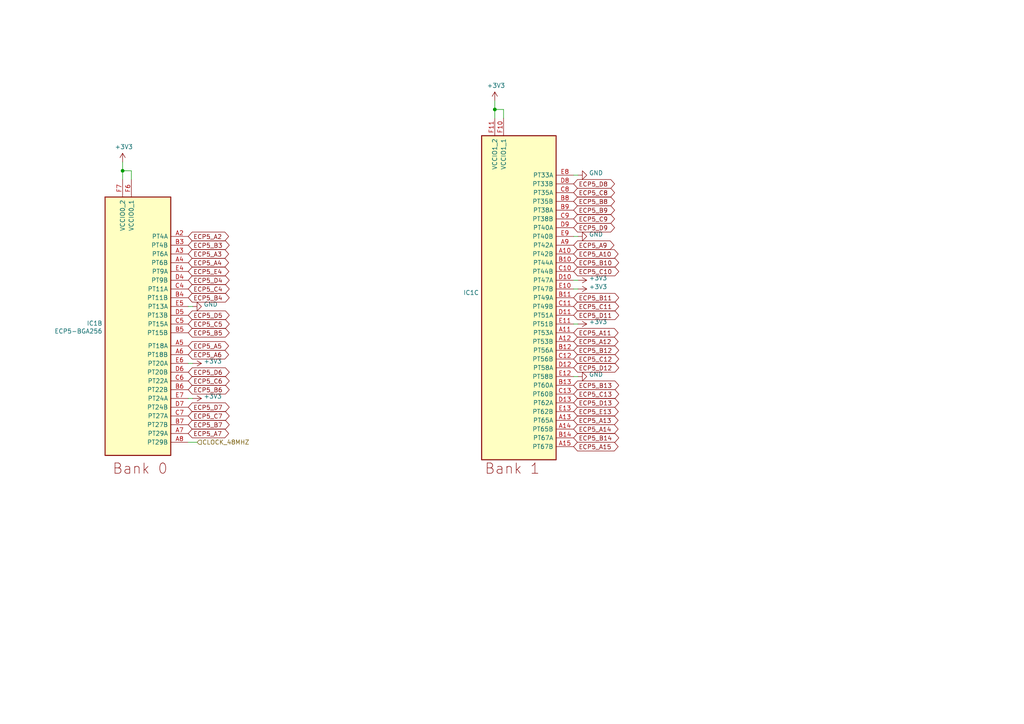
<source format=kicad_sch>
(kicad_sch (version 20231120) (generator "eeschema") (generator_version "8.0")
  (paper "A4")
  (title_block (title "SoldierCrab") (date "${DATE}") (rev "${VERSION}") (company "S.Holzapfel, apfelaudio UG (haftungsbeschränkt)") (comment 1 "Licensed under the CERN-OHL-S v2"))
  (lib_symbols
    (symbol "fpgas_and_processors:ECP5-BGA256" (pin_names (offset 0.762))
      (property "Reference" "IC" (at -2.54 1.27 0))
      (property "Value" "ECP5-BGA256" (at 10.16 1.27 0))
      (symbol "ECP5-BGA256_1_0"
        (rectangle (start 5.08 0) (end 33.02 -71.12) (stroke (width 0.3048)) (fill (type background)))
      )
      (symbol "ECP5-BGA256_1_1"
        (text "FPGA Supplies" (at 19.05 -76.2 0) (effects (font (size 2.9972 2.9972))))
        (pin power_in line (at 38.1 -2.54 180) (length 5.08) (name "GND_1") (number "A1"))
        (pin power_in line (at 38.1 -5.08 180) (length 5.08) (name "GND_2") (number "A16"))
        (pin power_in line (at 38.1 -10.16 180) (length 5.08) (name "GND_4") (number "D15"))
        (pin power_in line (at 38.1 -7.62 180) (length 5.08) (name "GND_3") (number "D2"))
        (pin power_in line (at 38.1 -12.7 180) (length 5.08) (name "GND_5") (number "F8"))
        (pin power_in line (at 38.1 -15.24 180) (length 5.08) (name "GND_6") (number "F9"))
        (pin power_in line (at 38.1 -20.32 180) (length 5.08) (name "GND_8") (number "G10"))
        (pin power_in line (at 0 -66.04 0) (length 5.08) (name "VCCAUX_1") (number "G11"))
        (pin power_in line (at 0 -2.54 0) (length 5.08) (name "VCC_1") (number "G6"))
        (pin power_in line (at 0 -5.08 0) (length 5.08) (name "VCC_2") (number "G7"))
        (pin power_in line (at 38.1 -17.78 180) (length 5.08) (name "GND_7") (number "G8"))
        (pin power_in line (at 0 -7.62 0) (length 5.08) (name "VCC_3") (number "G9"))
        (pin power_in line (at 38.1 -22.86 180) (length 5.08) (name "GND_9") (number "H1"))
        (pin power_in line (at 38.1 -30.48 180) (length 5.08) (name "GND_12") (number "H10"))
        (pin power_in line (at 38.1 -33.02 180) (length 5.08) (name "GND_13") (number "H16"))
        (pin power_in line (at 38.1 -25.4 180) (length 5.08) (name "GND_10") (number "H8"))
        (pin power_in line (at 38.1 -27.94 180) (length 5.08) (name "GND_11") (number "H9"))
        (pin power_in line (at 38.1 -40.64 180) (length 5.08) (name "GND_16") (number "J10"))
        (pin power_in line (at 38.1 -35.56 180) (length 5.08) (name "GND_14") (number "J8"))
        (pin power_in line (at 38.1 -38.1 180) (length 5.08) (name "GND_15") (number "J9"))
        (pin power_in line (at 38.1 -53.34 180) (length 5.08) (name "GND_21") (number "K10"))
        (pin power_in line (at 38.1 -43.18 180) (length 5.08) (name "GND_17") (number "K6"))
        (pin power_in line (at 38.1 -45.72 180) (length 5.08) (name "GND_18") (number "K7"))
        (pin power_in line (at 38.1 -48.26 180) (length 5.08) (name "GND_19") (number "K8"))
        (pin power_in line (at 38.1 -50.8 180) (length 5.08) (name "GND_20") (number "K9"))
        (pin power_in line (at 0 -15.24 0) (length 5.08) (name "VCC_6") (number "L10"))
        (pin power_in line (at 0 -68.58 0) (length 5.08) (name "VCCAUX_2") (number "L7"))
        (pin power_in line (at 0 -10.16 0) (length 5.08) (name "VCC_4") (number "L8"))
        (pin power_in line (at 0 -12.7 0) (length 5.08) (name "VCC_5") (number "L9"))
        (pin power_in line (at 38.1 -58.42 180) (length 5.08) (name "GND_23") (number "N15"))
        (pin power_in line (at 38.1 -55.88 180) (length 5.08) (name "GND_22") (number "N2"))
        (pin power_in line (at 38.1 -60.96 180) (length 5.08) (name "GND_24") (number "T1"))
        (pin power_in line (at 38.1 -66.04 180) (length 5.08) (name "GND_26") (number "T12"))
        (pin power_in line (at 38.1 -68.58 180) (length 5.08) (name "GND_27") (number "T16"))
        (pin power_in line (at 38.1 -63.5 180) (length 5.08) (name "GND_25") (number "T5"))
      )
      (symbol "ECP5-BGA256_2_1"
        (rectangle (start 0 0) (end 19.05 -74.93) (stroke (width 0.3048)) (fill (type background)))
        (text "Bank 0" (at 10.16 -78.74 0) (effects (font (size 2.9972 2.9972))))
        (pin bidirectional line (at 24.13 -11.43 180) (length 5.08) (name "PT4A") (number "A2"))
        (pin bidirectional line (at 24.13 -16.51 180) (length 5.08) (name "PT6A") (number "A3"))
        (pin bidirectional line (at 24.13 -19.05 180) (length 5.08) (name "PT6B") (number "A4"))
        (pin bidirectional line (at 24.13 -43.18 180) (length 5.08) (name "PT18A") (number "A5"))
        (pin bidirectional line (at 24.13 -45.72 180) (length 5.08) (name "PT18B") (number "A6"))
        (pin bidirectional line (at 24.13 -68.58 180) (length 5.08) (name "PT29A") (number "A7"))
        (pin bidirectional line (at 24.13 -71.12 180) (length 5.08) (name "PT29B") (number "A8"))
        (pin bidirectional line (at 24.13 -13.97 180) (length 5.08) (name "PT4B") (number "B3"))
        (pin bidirectional line (at 24.13 -29.21 180) (length 5.08) (name "PT11B") (number "B4"))
        (pin bidirectional line (at 24.13 -39.37 180) (length 5.08) (name "PT15B") (number "B5"))
        (pin bidirectional line (at 24.13 -55.88 180) (length 5.08) (name "PT22B") (number "B6"))
        (pin bidirectional line (at 24.13 -66.04 180) (length 5.08) (name "PT27B") (number "B7"))
        (pin bidirectional line (at 24.13 -26.67 180) (length 5.08) (name "PT11A") (number "C4"))
        (pin bidirectional line (at 24.13 -36.83 180) (length 5.08) (name "PT15A") (number "C5"))
        (pin bidirectional line (at 24.13 -53.34 180) (length 5.08) (name "PT22A") (number "C6"))
        (pin bidirectional line (at 24.13 -63.5 180) (length 5.08) (name "PT27A") (number "C7"))
        (pin bidirectional line (at 24.13 -24.13 180) (length 5.08) (name "PT9B") (number "D4"))
        (pin bidirectional line (at 24.13 -34.29 180) (length 5.08) (name "PT13B") (number "D5"))
        (pin bidirectional line (at 24.13 -50.8 180) (length 5.08) (name "PT20B") (number "D6"))
        (pin bidirectional line (at 24.13 -60.96 180) (length 5.08) (name "PT24B") (number "D7"))
        (pin bidirectional line (at 24.13 -21.59 180) (length 5.08) (name "PT9A") (number "E4"))
        (pin bidirectional line (at 24.13 -31.75 180) (length 5.08) (name "PT13A") (number "E5"))
        (pin bidirectional line (at 24.13 -48.26 180) (length 5.08) (name "PT20A") (number "E6"))
        (pin bidirectional line (at 24.13 -58.42 180) (length 5.08) (name "PT24A") (number "E7"))
        (pin power_in line (at 7.62 5.08 270) (length 5.08) (name "VCCIO0_1") (number "F6"))
        (pin power_in line (at 5.08 5.08 270) (length 5.08) (name "VCCIO0_2") (number "F7"))
      )
      (symbol "ECP5-BGA256_3_0"
        (rectangle (start 0 0) (end 21.59 -93.98) (stroke (width 0.3048)) (fill (type background)))
      )
      (symbol "ECP5-BGA256_3_1"
        (text "Bank 1" (at 8.89 -96.52 0) (effects (font (size 2.9972 2.9972))))
        (pin bidirectional line (at 26.67 -34.29 180) (length 5.08) (name "PT42B") (number "A10"))
        (pin bidirectional line (at 26.67 -57.15 180) (length 5.08) (name "PT53A") (number "A11"))
        (pin bidirectional line (at 26.67 -59.69 180) (length 5.08) (name "PT53B") (number "A12"))
        (pin bidirectional line (at 26.67 -82.55 180) (length 5.08) (name "PT65A") (number "A13"))
        (pin bidirectional line (at 26.67 -85.09 180) (length 5.08) (name "PT65B") (number "A14"))
        (pin bidirectional line (at 26.67 -90.17 180) (length 5.08) (name "PT67B") (number "A15"))
        (pin bidirectional line (at 26.67 -31.75 180) (length 5.08) (name "PT42A") (number "A9"))
        (pin bidirectional line (at 26.67 -36.83 180) (length 5.08) (name "PT44A") (number "B10"))
        (pin bidirectional line (at 26.67 -46.99 180) (length 5.08) (name "PT49A") (number "B11"))
        (pin bidirectional line (at 26.67 -62.23 180) (length 5.08) (name "PT56A") (number "B12"))
        (pin bidirectional line (at 26.67 -72.39 180) (length 5.08) (name "PT60A") (number "B13"))
        (pin bidirectional line (at 26.67 -87.63 180) (length 5.08) (name "PT67A") (number "B14"))
        (pin bidirectional line (at 26.67 -19.05 180) (length 5.08) (name "PT35B") (number "B8"))
        (pin bidirectional line (at 26.67 -21.59 180) (length 5.08) (name "PT38A") (number "B9"))
        (pin bidirectional line (at 26.67 -39.37 180) (length 5.08) (name "PT44B") (number "C10"))
        (pin bidirectional line (at 26.67 -49.53 180) (length 5.08) (name "PT49B") (number "C11"))
        (pin bidirectional line (at 26.67 -64.77 180) (length 5.08) (name "PT56B") (number "C12"))
        (pin bidirectional line (at 26.67 -74.93 180) (length 5.08) (name "PT60B") (number "C13"))
        (pin bidirectional line (at 26.67 -16.51 180) (length 5.08) (name "PT35A") (number "C8"))
        (pin bidirectional line (at 26.67 -24.13 180) (length 5.08) (name "PT38B") (number "C9"))
        (pin bidirectional line (at 26.67 -41.91 180) (length 5.08) (name "PT47A") (number "D10"))
        (pin bidirectional line (at 26.67 -52.07 180) (length 5.08) (name "PT51A") (number "D11"))
        (pin bidirectional line (at 26.67 -67.31 180) (length 5.08) (name "PT58A") (number "D12"))
        (pin bidirectional line (at 26.67 -77.47 180) (length 5.08) (name "PT62A") (number "D13"))
        (pin bidirectional line (at 26.67 -13.97 180) (length 5.08) (name "PT33B") (number "D8"))
        (pin bidirectional line (at 26.67 -26.67 180) (length 5.08) (name "PT40A") (number "D9"))
        (pin bidirectional line (at 26.67 -44.45 180) (length 5.08) (name "PT47B") (number "E10"))
        (pin bidirectional line (at 26.67 -54.61 180) (length 5.08) (name "PT51B") (number "E11"))
        (pin bidirectional line (at 26.67 -69.85 180) (length 5.08) (name "PT58B") (number "E12"))
        (pin bidirectional line (at 26.67 -80.01 180) (length 5.08) (name "PT62B") (number "E13"))
        (pin bidirectional line (at 26.67 -11.43 180) (length 5.08) (name "PT33A") (number "E8"))
        (pin bidirectional line (at 26.67 -29.21 180) (length 5.08) (name "PT40B") (number "E9"))
        (pin power_in line (at 6.35 5.08 270) (length 5.08) (name "VCCIO1_1") (number "F10"))
        (pin power_in line (at 3.81 5.08 270) (length 5.08) (name "VCCIO1_2") (number "F11"))
      )
      (symbol "ECP5-BGA256_4_1"
        (rectangle (start 0 0) (end 19.05 -93.98) (stroke (width 0.3048)) (fill (type background)))
        (text "Bank 2" (at 10.16 -97.79 0) (effects (font (size 2.9972 2.9972))))
        (pin bidirectional line (at 24.13 -13.97 180) (length 5.08) (name "PR2B") (number "B15"))
        (pin bidirectional line (at 24.13 -11.43 180) (length 5.08) (name "PR2A") (number "B16"))
        (pin bidirectional line (at 24.13 -16.51 180) (length 5.08) (name "PR2C") (number "C14"))
        (pin bidirectional line (at 24.13 -24.13 180) (length 5.08) (name "PR5B") (number "C15"))
        (pin bidirectional line (at 24.13 -21.59 180) (length 5.08) (name "PR5A") (number "C16"))
        (pin bidirectional line (at 24.13 -19.05 180) (length 5.08) (name "PR2D") (number "D14"))
        (pin bidirectional line (at 24.13 -31.75 180) (length 5.08) (name "PR8A") (number "D16"))
        (pin bidirectional line (at 24.13 -26.67 180) (length 5.08) (name "PR5C") (number "E14"))
        (pin bidirectional line (at 24.13 -34.29 180) (length 5.08) (name "PR8B") (number "E15"))
        (pin bidirectional line (at 24.13 -49.53 180) (length 5.08) (name "PR11D") (number "E16"))
        (pin bidirectional line (at 24.13 -39.37 180) (length 5.08) (name "PR8D") (number "F12"))
        (pin bidirectional line (at 24.13 -36.83 180) (length 5.08) (name "PR8C") (number "F13"))
        (pin bidirectional line (at 24.13 -29.21 180) (length 5.08) (name "PR5D") (number "F14"))
        (pin bidirectional line (at 24.13 -46.99 180) (length 5.08) (name "PR11C") (number "F15"))
        (pin bidirectional line (at 24.13 -52.07 180) (length 5.08) (name "PR14A") (number "F16"))
        (pin bidirectional line (at 24.13 -41.91 180) (length 5.08) (name "PR11A") (number "G12"))
        (pin bidirectional line (at 24.13 -44.45 180) (length 5.08) (name "PR11B") (number "G13"))
        (pin bidirectional line (at 24.13 -57.15 180) (length 5.08) (name "PR14C") (number "G14"))
        (pin bidirectional line (at 24.13 -54.61 180) (length 5.08) (name "PR14B") (number "G15"))
        (pin bidirectional line (at 24.13 -72.39 180) (length 5.08) (name "PR20A") (number "G16"))
        (pin power_in line (at 3.81 5.08 270) (length 5.08) (name "VCCIO2_1") (number "H11"))
        (pin bidirectional line (at 24.13 -62.23 180) (length 5.08) (name "PR17A") (number "H12"))
        (pin bidirectional line (at 24.13 -64.77 180) (length 5.08) (name "PR17B") (number "H13"))
        (pin bidirectional line (at 24.13 -59.69 180) (length 5.08) (name "PR14D") (number "H14"))
        (pin bidirectional line (at 24.13 -74.93 180) (length 5.08) (name "PR20B") (number "H15"))
        (pin power_in line (at 6.35 5.08 270) (length 5.08) (name "VCCIO2_2") (number "J11"))
        (pin bidirectional line (at 24.13 -69.85 180) (length 5.08) (name "PR17D") (number "J12"))
        (pin bidirectional line (at 24.13 -67.31 180) (length 5.08) (name "PR17C") (number "J13"))
        (pin bidirectional line (at 24.13 -77.47 180) (length 5.08) (name "PR20C") (number "J14"))
        (pin bidirectional line (at 24.13 -85.09 180) (length 5.08) (name "PR23B") (number "J15"))
        (pin bidirectional line (at 24.13 -82.55 180) (length 5.08) (name "PR23A") (number "J16"))
        (pin bidirectional line (at 24.13 -80.01 180) (length 5.08) (name "PR20D") (number "K14"))
        (pin bidirectional line (at 24.13 -90.17 180) (length 5.08) (name "PR23D") (number "K15"))
        (pin bidirectional line (at 24.13 -87.63 180) (length 5.08) (name "PR23C") (number "K16"))
      )
      (symbol "ECP5-BGA256_5_0"
        (rectangle (start 0 0) (end 20.32 -91.44) (stroke (width 0.3048)) (fill (type background)))
      )
      (symbol "ECP5-BGA256_5_1"
        (text "Bank 3" (at 15.24 -96.52 0) (effects (font (size 2.9972 2.9972))))
        (pin power_in line (at 3.81 5.08 270) (length 5.08) (name "VCCIO3_1") (number "K11"))
        (pin bidirectional line (at 25.4 -22.86 180) (length 5.08) (name "PR29B") (number "K12"))
        (pin bidirectional line (at 25.4 -20.32 180) (length 5.08) (name "PR29A") (number "K13"))
        (pin power_in line (at 6.35 5.08 270) (length 5.08) (name "VCCIO3_2") (number "L11"))
        (pin bidirectional line (at 25.4 -27.94 180) (length 5.08) (name "PR29D") (number "L12"))
        (pin bidirectional line (at 25.4 -25.4 180) (length 5.08) (name "PR29C") (number "L13"))
        (pin bidirectional line (at 25.4 -35.56 180) (length 5.08) (name "PR32C") (number "L14"))
        (pin bidirectional line (at 25.4 -12.7 180) (length 5.08) (name "PR26B") (number "L15"))
        (pin bidirectional line (at 25.4 -10.16 180) (length 5.08) (name "PR26A") (number "L16"))
        (pin bidirectional line (at 25.4 -81.28 180) (length 5.08) (name "PR47A") (number "M11"))
        (pin bidirectional line (at 25.4 -76.2 180) (length 5.08) (name "PR44C") (number "M12"))
        (pin bidirectional line (at 25.4 -45.72 180) (length 5.08) (name "PR35C") (number "M13"))
        (pin bidirectional line (at 25.4 -38.1 180) (length 5.08) (name "PR32D") (number "M14"))
        (pin bidirectional line (at 25.4 -17.78 180) (length 5.08) (name "PR26D") (number "M15"))
        (pin bidirectional line (at 25.4 -15.24 180) (length 5.08) (name "PR26C") (number "M16"))
        (pin bidirectional line (at 25.4 -83.82 180) (length 5.08) (name "PR47B") (number "N11"))
        (pin bidirectional line (at 25.4 -78.74 180) (length 5.08) (name "PR44D") (number "N12"))
        (pin bidirectional line (at 25.4 -50.8 180) (length 5.08) (name "PR38A") (number "N13"))
        (pin bidirectional line (at 25.4 -48.26 180) (length 5.08) (name "PR35D") (number "N14"))
        (pin bidirectional line (at 25.4 -30.48 180) (length 5.08) (name "PR32A") (number "N16"))
        (pin bidirectional line (at 25.4 -86.36 180) (length 5.08) (name "PR47C") (number "P11"))
        (pin bidirectional line (at 25.4 -88.9 180) (length 5.08) (name "PR47D") (number "P12"))
        (pin bidirectional line (at 25.4 -60.96 180) (length 5.08) (name "PR41A") (number "P13"))
        (pin bidirectional line (at 25.4 -53.34 180) (length 5.08) (name "PR38B") (number "P14"))
        (pin bidirectional line (at 25.4 -33.02 180) (length 5.08) (name "PR32B") (number "P15"))
        (pin bidirectional line (at 25.4 -40.64 180) (length 5.08) (name "PR35A") (number "P16"))
        (pin bidirectional line (at 25.4 -71.12 180) (length 5.08) (name "PR44A") (number "R12"))
        (pin bidirectional line (at 25.4 -66.04 180) (length 5.08) (name "PR41C") (number "R13"))
        (pin bidirectional line (at 25.4 -63.5 180) (length 5.08) (name "PR41B") (number "R14"))
        (pin bidirectional line (at 25.4 -55.88 180) (length 5.08) (name "PR38C") (number "R15"))
        (pin bidirectional line (at 25.4 -43.18 180) (length 5.08) (name "PR35B") (number "R16"))
        (pin bidirectional line (at 25.4 -73.66 180) (length 5.08) (name "PR44B") (number "T13"))
        (pin bidirectional line (at 25.4 -68.58 180) (length 5.08) (name "PR41D") (number "T14"))
        (pin bidirectional line (at 25.4 -58.42 180) (length 5.08) (name "PR38D") (number "T15"))
      )
      (symbol "ECP5-BGA256_6_1"
        (rectangle (start 0 0) (end 19.05 -106.68) (stroke (width 0.3048)) (fill (type background)))
        (text "Bank 6" (at 11.43 -110.49 0) (effects (font (size 2.9972 2.9972))))
        (pin power_in line (at 3.81 5.08 270) (length 5.08) (name "VCCIO6_1") (number "J6"))
        (pin power_in line (at 6.35 5.08 270) (length 5.08) (name "VCCIO6_2") (number "J7"))
        (pin bidirectional line (at 24.13 -25.4 180) (length 5.08) (name "PL29A") (number "K4"))
        (pin bidirectional line (at 24.13 -27.94 180) (length 5.08) (name "PL29B") (number "K5"))
        (pin bidirectional line (at 24.13 -13.97 180) (length 5.08) (name "PL26A") (number "L1"))
        (pin bidirectional line (at 24.13 -16.51 180) (length 5.08) (name "PL26B") (number "L2"))
        (pin bidirectional line (at 24.13 -41.91 180) (length 5.08) (name "PL32C") (number "L3"))
        (pin bidirectional line (at 24.13 -30.48 180) (length 5.08) (name "PL29C") (number "L4"))
        (pin bidirectional line (at 24.13 -33.02 180) (length 5.08) (name "PL29D") (number "L5"))
        (pin bidirectional line (at 24.13 -19.05 180) (length 5.08) (name "PL26C") (number "M1"))
        (pin bidirectional line (at 24.13 -21.59 180) (length 5.08) (name "PL26D") (number "M2"))
        (pin bidirectional line (at 24.13 -44.45 180) (length 5.08) (name "PL32D") (number "M3"))
        (pin bidirectional line (at 24.13 -53.34 180) (length 5.08) (name "PL35C") (number "M4"))
        (pin bidirectional line (at 24.13 -78.74 180) (length 5.08) (name "PL44C") (number "M5"))
        (pin bidirectional line (at 24.13 -96.52 180) (length 5.08) (name "PL47A") (number "M6"))
        (pin bidirectional line (at 24.13 -36.83 180) (length 5.08) (name "PL32A") (number "N1"))
        (pin bidirectional line (at 24.13 -55.88 180) (length 5.08) (name "PL35D") (number "N3"))
        (pin bidirectional line (at 24.13 -60.96 180) (length 5.08) (name "PL38A") (number "N4"))
        (pin bidirectional line (at 24.13 -81.28 180) (length 5.08) (name "PL44D") (number "N5"))
        (pin bidirectional line (at 24.13 -99.06 180) (length 5.08) (name "PL47B") (number "N6"))
        (pin bidirectional line (at 24.13 -48.26 180) (length 5.08) (name "PL35A") (number "P1"))
        (pin bidirectional line (at 24.13 -39.37 180) (length 5.08) (name "PL32B") (number "P2"))
        (pin bidirectional line (at 24.13 -63.5 180) (length 5.08) (name "PL38B") (number "P3"))
        (pin bidirectional line (at 24.13 -85.09 180) (length 5.08) (name "PL41A") (number "P4"))
        (pin bidirectional line (at 24.13 -101.6 180) (length 5.08) (name "PL47D") (number "P5"))
        (pin bidirectional line (at 24.13 -104.14 180) (length 5.08) (name "PL47C") (number "P6"))
        (pin bidirectional line (at 24.13 -50.8 180) (length 5.08) (name "PL35B") (number "R1"))
        (pin bidirectional line (at 24.13 -66.04 180) (length 5.08) (name "PL38C") (number "R2"))
        (pin bidirectional line (at 24.13 -87.63 180) (length 5.08) (name "PL41B") (number "R3"))
        (pin bidirectional line (at 24.13 -90.17 180) (length 5.08) (name "PL41C") (number "R4"))
        (pin bidirectional line (at 24.13 -73.66 180) (length 5.08) (name "PL44A") (number "R5"))
        (pin bidirectional line (at 24.13 -68.58 180) (length 5.08) (name "PL38D") (number "T2"))
        (pin bidirectional line (at 24.13 -92.71 180) (length 5.08) (name "PL41D") (number "T3"))
        (pin bidirectional line (at 24.13 -76.2 180) (length 5.08) (name "PL44B") (number "T4"))
      )
      (symbol "ECP5-BGA256_7_1"
        (rectangle (start 0 0) (end 20.32 -109.22) (stroke (width 0.3048)) (fill (type background)))
        (text "Bank 7" (at 12.7 -113.03 0) (effects (font (size 2.9972 2.9972))))
        (pin bidirectional line (at 25.4 -10.16 180) (length 5.08) (name "PL2A") (number "B1"))
        (pin bidirectional line (at 25.4 -12.7 180) (length 5.08) (name "PL2B") (number "B2"))
        (pin bidirectional line (at 25.4 -22.86 180) (length 5.08) (name "PL5A") (number "C1"))
        (pin bidirectional line (at 25.4 -25.4 180) (length 5.08) (name "PL5B") (number "C2"))
        (pin bidirectional line (at 25.4 -15.24 180) (length 5.08) (name "PL2C") (number "C3"))
        (pin bidirectional line (at 25.4 -35.56 180) (length 5.08) (name "PL8A") (number "D1"))
        (pin bidirectional line (at 25.4 -17.78 180) (length 5.08) (name "PL2D") (number "D3"))
        (pin bidirectional line (at 25.4 -54.61 180) (length 5.08) (name "PL11D") (number "E1"))
        (pin bidirectional line (at 25.4 -38.1 180) (length 5.08) (name "PL8B") (number "E2"))
        (pin bidirectional line (at 25.4 -27.94 180) (length 5.08) (name "PL5C") (number "E3"))
        (pin bidirectional line (at 25.4 -59.69 180) (length 5.08) (name "PL14A") (number "F1"))
        (pin bidirectional line (at 25.4 -52.07 180) (length 5.08) (name "PL11C") (number "F2"))
        (pin bidirectional line (at 25.4 -30.48 180) (length 5.08) (name "PL5D") (number "F3"))
        (pin bidirectional line (at 25.4 -40.64 180) (length 5.08) (name "PL8C") (number "F4"))
        (pin bidirectional line (at 25.4 -43.18 180) (length 5.08) (name "PL8D") (number "F5"))
        (pin bidirectional line (at 25.4 -82.55 180) (length 5.08) (name "PL20A") (number "G1"))
        (pin bidirectional line (at 25.4 -62.23 180) (length 5.08) (name "PL14B") (number "G2"))
        (pin bidirectional line (at 25.4 -64.77 180) (length 5.08) (name "PL14C") (number "G3"))
        (pin bidirectional line (at 25.4 -49.53 180) (length 5.08) (name "PL11B") (number "G4"))
        (pin bidirectional line (at 25.4 -46.99 180) (length 5.08) (name "PL11A") (number "G5"))
        (pin bidirectional line (at 25.4 -85.09 180) (length 5.08) (name "PL20B") (number "H2"))
        (pin bidirectional line (at 25.4 -67.31 180) (length 5.08) (name "PL14D") (number "H3"))
        (pin bidirectional line (at 25.4 -73.66 180) (length 5.08) (name "PL17B") (number "H4"))
        (pin bidirectional line (at 25.4 -71.12 180) (length 5.08) (name "PL17A") (number "H5"))
        (pin power_in line (at 7.62 5.08 270) (length 5.08) (name "VCCIO7_1") (number "H6"))
        (pin power_in line (at 5.08 5.08 270) (length 5.08) (name "VCCIO7_2") (number "H7"))
        (pin bidirectional line (at 25.4 -95.25 180) (length 5.08) (name "PL23A") (number "J1"))
        (pin bidirectional line (at 25.4 -97.79 180) (length 5.08) (name "PL23B") (number "J2"))
        (pin bidirectional line (at 25.4 -87.63 180) (length 5.08) (name "PL20C") (number "J3"))
        (pin bidirectional line (at 25.4 -76.2 180) (length 5.08) (name "PL17C") (number "J4"))
        (pin bidirectional line (at 25.4 -78.74 180) (length 5.08) (name "PL17D") (number "J5"))
        (pin bidirectional line (at 25.4 -100.33 180) (length 5.08) (name "PL23C") (number "K1"))
        (pin bidirectional line (at 25.4 -102.87 180) (length 5.08) (name "PL23D") (number "K2"))
        (pin bidirectional line (at 25.4 -90.17 180) (length 5.08) (name "PL20D") (number "K3"))
      )
      (symbol "ECP5-BGA256_8_0"
        (text "(Config)" (at 13.97 -97.79 0) (effects (font (size 2.9972 2.9972))))
        (text "Bank 8" (at 13.97 -92.71 0) (effects (font (size 2.9972 2.9972))))
      )
      (symbol "ECP5-BGA256_8_1"
        (rectangle (start 0 0) (end 21.59 -88.9) (stroke (width 0.3048)) (fill (type background)))
        (pin power_in line (at 5.08 5.08 270) (length 5.08) (name "VCCIO8") (number "L6"))
        (pin output line (at 26.67 -57.15 180) (length 5.08) (name "TDO") (number "M10"))
        (pin bidirectional line (at 26.67 -24.13 180) (length 5.08) (name "D2/PB9B") (number "M7"))
        (pin bidirectional line (at 26.67 -39.37 180) (length 5.08) (name "DOUT/CSON/PB15B") (number "M8"))
        (pin bidirectional line (at 26.67 -41.91 180) (length 5.08) (name "WRITEEN/PB18A") (number "M9"))
        (pin input line (at 26.67 -68.58 180) (length 5.08) (name "CFG_0") (number "N10"))
        (pin bidirectional line (at 26.67 -21.59 180) (length 5.08) (name "D3/PB9A") (number "N7"))
        (pin bidirectional line (at 26.67 -36.83 180) (length 5.08) (name "HOLDN/DI/PB15A") (number "N8"))
        (pin bidirectional line (at 26.67 -63.5 180) (length 5.08) (name "MCLK/SCLK/CCLK") (number "N9"))
        (pin input line (at 26.67 -71.12 180) (length 5.08) (name "CFG_1") (number "P10"))
        (pin bidirectional line (at 26.67 -19.05 180) (length 5.08) (name "D4/PICO2/PB6B") (number "P7"))
        (pin bidirectional line (at 26.67 -34.29 180) (length 5.08) (name "CS1N/PB13B") (number "P8"))
        (pin bidirectional line (at 26.67 -80.01 180) (length 5.08) (name "DONE") (number "P9"))
        (pin input line (at 26.67 -73.66 180) (length 5.08) (name "CFG_2") (number "R10"))
        (pin input line (at 26.67 -54.61 180) (length 5.08) (name "TDI") (number "R11"))
        (pin bidirectional line (at 26.67 -13.97 180) (length 5.08) (name "D6/PB4B") (number "R6"))
        (pin bidirectional line (at 26.67 -16.51 180) (length 5.08) (name "D5/POCI2/PB6A") (number "R7"))
        (pin bidirectional line (at 26.67 -31.75 180) (length 5.08) (name "SN/CSN/PB13A") (number "R8"))
        (pin bidirectional line (at 26.67 -85.09 180) (length 5.08) (name "PROGRAMN") (number "R9"))
        (pin input line (at 26.67 -52.07 180) (length 5.08) (name "TCK") (number "T10"))
        (pin input line (at 26.67 -49.53 180) (length 5.08) (name "TMS") (number "T11"))
        (pin bidirectional line (at 26.67 -11.43 180) (length 5.08) (name "D7/PB4A") (number "T6"))
        (pin bidirectional line (at 26.67 -26.67 180) (length 5.08) (name "D1/POCI/PB11A") (number "T7"))
        (pin bidirectional line (at 26.67 -29.21 180) (length 5.08) (name "D0/PICO/PB11B") (number "T8"))
        (pin bidirectional line (at 26.67 -82.55 180) (length 5.08) (name "INITN") (number "T9"))
      )
    )
    (symbol "power:+3V3" (power) (pin_names (offset 0))
      (property "Value" "+3V3" (at 0 3.556 0))
      (symbol "+3V3_0_1"
        (polyline (pts (xy -0.762 1.27) (xy 0 2.54)))
        (polyline (pts (xy 0 0) (xy 0 2.54)))
        (polyline (pts (xy 0 2.54) (xy 0.762 1.27)))
      )
      (symbol "+3V3_1_1"
        (pin power_in line (at 0 0 90) (length 0) hide (name "+3V3") (number "1"))
      )
    )
    (symbol "power:GND" (power) (pin_names (offset 0))
      (property "Value" "GND" (at 0 -3.81 0))
      (symbol "GND_0_1"
        (polyline (pts (xy 0 0) (xy 0 -1.27) (xy 1.27 -1.27) (xy 0 -2.54) (xy -1.27 -1.27) (xy 0 -1.27)))
      )
      (symbol "GND_1_1"
        (pin power_in line (at 0 0 270) (length 0) hide (name "GND") (number "1"))
      )
    )
  )
  (junction (at 35.56 49.53))
  (junction (at 143.51 31.75))
  (wire (pts (xy 35.56 52.07) (xy 35.56 49.53)))
  (wire (pts (xy 166.37 50.8) (xy 167.64 50.8)))
  (wire (pts (xy 167.64 83.82) (xy 166.37 83.82)))
  (wire (pts (xy 166.37 93.98) (xy 167.64 93.98)))
  (wire (pts (xy 54.61 88.9) (xy 55.88 88.9)))
  (wire (pts (xy 35.56 49.53) (xy 35.56 46.99)))
  (wire (pts (xy 55.88 105.41) (xy 54.61 105.41)))
  (wire (pts (xy 143.51 29.21) (xy 143.51 31.75)))
  (wire (pts (xy 143.51 31.75) (xy 146.05 31.75)))
  (wire (pts (xy 143.51 34.29) (xy 143.51 31.75)))
  (wire (pts (xy 54.61 128.27) (xy 57.15 128.27)))
  (wire (pts (xy 35.56 49.53) (xy 38.1 49.53)))
  (wire (pts (xy 146.05 31.75) (xy 146.05 34.29)))
  (wire (pts (xy 166.37 109.22) (xy 167.64 109.22)))
  (wire (pts (xy 38.1 49.53) (xy 38.1 52.07)))
  (wire (pts (xy 166.37 68.58) (xy 167.64 68.58)))
  (wire (pts (xy 167.64 81.28) (xy 166.37 81.28)))
  (wire (pts (xy 54.61 115.57) (xy 55.88 115.57)))
  (global_label "ECP5_D4" (shape bidirectional) (at 54.61 81.28 0) (property "Intersheetrefs" "${INTERSHEET_REFS}" (effects (hide yes))))
  (global_label "ECP5_C10" (shape bidirectional) (at 166.37 78.74 0) (property "Intersheetrefs" "${INTERSHEET_REFS}" (effects (hide yes))))
  (global_label "ECP5_C4" (shape bidirectional) (at 54.61 83.82 0) (property "Intersheetrefs" "${INTERSHEET_REFS}" (effects (hide yes))))
  (global_label "ECP5_E4" (shape bidirectional) (at 54.61 78.74 0) (property "Intersheetrefs" "${INTERSHEET_REFS}" (effects (hide yes))))
  (global_label "ECP5_A2" (shape bidirectional) (at 54.61 68.58 0) (property "Intersheetrefs" "${INTERSHEET_REFS}" (effects (hide yes))))
  (global_label "ECP5_C7" (shape bidirectional) (at 54.61 120.65 0) (property "Intersheetrefs" "${INTERSHEET_REFS}" (effects (hide yes))))
  (global_label "ECP5_D11" (shape bidirectional) (at 166.37 91.44 0) (property "Intersheetrefs" "${INTERSHEET_REFS}" (effects (hide yes))))
  (global_label "ECP5_A5" (shape bidirectional) (at 54.61 100.33 0) (property "Intersheetrefs" "${INTERSHEET_REFS}" (effects (hide yes))))
  (global_label "ECP5_C12" (shape bidirectional) (at 166.37 104.14 0) (property "Intersheetrefs" "${INTERSHEET_REFS}" (effects (hide yes))))
  (global_label "ECP5_A9" (shape bidirectional) (at 166.37 71.12 0) (property "Intersheetrefs" "${INTERSHEET_REFS}" (effects (hide yes))))
  (global_label "ECP5_B4" (shape bidirectional) (at 54.61 86.36 0) (property "Intersheetrefs" "${INTERSHEET_REFS}" (effects (hide yes))))
  (global_label "ECP5_B10" (shape bidirectional) (at 166.37 76.2 0) (property "Intersheetrefs" "${INTERSHEET_REFS}" (effects (hide yes))))
  (global_label "ECP5_A4" (shape bidirectional) (at 54.61 76.2 0) (property "Intersheetrefs" "${INTERSHEET_REFS}" (effects (hide yes))))
  (global_label "ECP5_B6" (shape bidirectional) (at 54.61 113.03 0) (property "Intersheetrefs" "${INTERSHEET_REFS}" (effects (hide yes))))
  (global_label "ECP5_E13" (shape bidirectional) (at 166.37 119.38 0) (property "Intersheetrefs" "${INTERSHEET_REFS}" (effects (hide yes))))
  (global_label "ECP5_D12" (shape bidirectional) (at 166.37 106.68 0) (property "Intersheetrefs" "${INTERSHEET_REFS}" (effects (hide yes))))
  (global_label "ECP5_C6" (shape bidirectional) (at 54.61 110.49 0) (property "Intersheetrefs" "${INTERSHEET_REFS}" (effects (hide yes))))
  (global_label "ECP5_B14" (shape bidirectional) (at 166.37 127 0) (property "Intersheetrefs" "${INTERSHEET_REFS}" (effects (hide yes))))
  (global_label "ECP5_D9" (shape bidirectional) (at 166.37 66.04 0) (property "Intersheetrefs" "${INTERSHEET_REFS}" (effects (hide yes))))
  (global_label "ECP5_A6" (shape bidirectional) (at 54.61 102.87 0) (property "Intersheetrefs" "${INTERSHEET_REFS}" (effects (hide yes))))
  (global_label "ECP5_B3" (shape bidirectional) (at 54.61 71.12 0) (property "Intersheetrefs" "${INTERSHEET_REFS}" (effects (hide yes))))
  (global_label "ECP5_A12" (shape bidirectional) (at 166.37 99.06 0) (property "Intersheetrefs" "${INTERSHEET_REFS}" (effects (hide yes))))
  (global_label "ECP5_A11" (shape bidirectional) (at 166.37 96.52 0) (property "Intersheetrefs" "${INTERSHEET_REFS}" (effects (hide yes))))
  (global_label "ECP5_C8" (shape bidirectional) (at 166.37 55.88 0) (property "Intersheetrefs" "${INTERSHEET_REFS}" (effects (hide yes))))
  (global_label "ECP5_C13" (shape bidirectional) (at 166.37 114.3 0) (property "Intersheetrefs" "${INTERSHEET_REFS}" (effects (hide yes))))
  (global_label "ECP5_B5" (shape bidirectional) (at 54.61 96.52 0) (property "Intersheetrefs" "${INTERSHEET_REFS}" (effects (hide yes))))
  (global_label "ECP5_B8" (shape bidirectional) (at 166.37 58.42 0) (property "Intersheetrefs" "${INTERSHEET_REFS}" (effects (hide yes))))
  (global_label "ECP5_D7" (shape bidirectional) (at 54.61 118.11 0) (property "Intersheetrefs" "${INTERSHEET_REFS}" (effects (hide yes))))
  (global_label "ECP5_A3" (shape bidirectional) (at 54.61 73.66 0) (property "Intersheetrefs" "${INTERSHEET_REFS}" (effects (hide yes))))
  (global_label "ECP5_D6" (shape bidirectional) (at 54.61 107.95 0) (property "Intersheetrefs" "${INTERSHEET_REFS}" (effects (hide yes))))
  (global_label "ECP5_B12" (shape bidirectional) (at 166.37 101.6 0) (property "Intersheetrefs" "${INTERSHEET_REFS}" (effects (hide yes))))
  (global_label "ECP5_A13" (shape bidirectional) (at 166.37 121.92 0) (property "Intersheetrefs" "${INTERSHEET_REFS}" (effects (hide yes))))
  (global_label "ECP5_A15" (shape bidirectional) (at 166.37 129.54 0) (property "Intersheetrefs" "${INTERSHEET_REFS}" (effects (hide yes))))
  (global_label "ECP5_B13" (shape bidirectional) (at 166.37 111.76 0) (property "Intersheetrefs" "${INTERSHEET_REFS}" (effects (hide yes))))
  (global_label "ECP5_C5" (shape bidirectional) (at 54.61 93.98 0) (property "Intersheetrefs" "${INTERSHEET_REFS}" (effects (hide yes))))
  (global_label "ECP5_D8" (shape bidirectional) (at 166.37 53.34 0) (property "Intersheetrefs" "${INTERSHEET_REFS}" (effects (hide yes))))
  (global_label "ECP5_B11" (shape bidirectional) (at 166.37 86.36 0) (property "Intersheetrefs" "${INTERSHEET_REFS}" (effects (hide yes))))
  (global_label "ECP5_A14" (shape bidirectional) (at 166.37 124.46 0) (property "Intersheetrefs" "${INTERSHEET_REFS}" (effects (hide yes))))
  (global_label "ECP5_B9" (shape bidirectional) (at 166.37 60.96 0) (property "Intersheetrefs" "${INTERSHEET_REFS}" (effects (hide yes))))
  (global_label "ECP5_C11" (shape bidirectional) (at 166.37 88.9 0) (property "Intersheetrefs" "${INTERSHEET_REFS}" (effects (hide yes))))
  (global_label "ECP5_A10" (shape bidirectional) (at 166.37 73.66 0) (property "Intersheetrefs" "${INTERSHEET_REFS}" (effects (hide yes))))
  (global_label "ECP5_C9" (shape bidirectional) (at 166.37 63.5 0) (property "Intersheetrefs" "${INTERSHEET_REFS}" (effects (hide yes))))
  (global_label "ECP5_B7" (shape bidirectional) (at 54.61 123.19 0) (property "Intersheetrefs" "${INTERSHEET_REFS}" (effects (hide yes))))
  (global_label "ECP5_A7" (shape bidirectional) (at 54.61 125.73 0) (property "Intersheetrefs" "${INTERSHEET_REFS}" (effects (hide yes))))
  (global_label "ECP5_D13" (shape bidirectional) (at 166.37 116.84 0) (property "Intersheetrefs" "${INTERSHEET_REFS}" (effects (hide yes))))
  (global_label "ECP5_D5" (shape bidirectional) (at 54.61 91.44 0) (property "Intersheetrefs" "${INTERSHEET_REFS}" (effects (hide yes))))
  (hierarchical_label "CLOCK_48MHZ" (shape input) (at 57.15 128.27 0))
  (symbol (lib_id "fpgas_and_processors:ECP5-BGA256") (at 30.48 57.15 0) (unit 2)
    (property "Reference" "IC1" (at 29.718 93.7768 0) (effects (justify right)))
    (property "Value" "ECP5-BGA256" (at 29.718 96.0628 0) (effects (justify right)))
    (property "Footprint" "soldiercrab:lattice_cabga256" (effects (hide yes)))
    (property "Description" "FPGA - Field Programmable Gate Array ECP5; 12k LUTs; 1.1V" (effects (hide yes)))
    (property "Manufacturer" "Lattice" (effects (hide yes)))
    (property "Part Number" "LFE5U-12F-6BG256C" (effects (hide yes)))
    (property "Substitution" "LFE5U-12F-*BG256*, LFE5U-25F-*BG256*" (effects (hide yes)))
    (property "lcsc#" "C1550826" (effects (hide yes)))
  )
  (symbol (lib_id "power:+3V3") (at 35.56 46.99 0) (unit 1)
    (property "Reference" "#PWR0105" (effects (hide yes)))
    (property "Value" "+3V3" (at 35.9156 42.5958 0))
  )
  (symbol (lib_id "fpgas_and_processors:ECP5-BGA256") (at 139.7 39.37 0) (unit 3)
    (property "Reference" "IC1" (at 138.938 84.8868 0) (effects (justify right)))
    (property "Value" "ECP5-BGA256" (effects (hide yes)))
    (property "Footprint" "soldiercrab:lattice_cabga256" (effects (hide yes)))
    (property "Description" "FPGA - Field Programmable Gate Array ECP5; 12k LUTs; 1.1V" (effects (hide yes)))
    (property "Manufacturer" "Lattice" (effects (hide yes)))
    (property "Part Number" "LFE5U-12F-6BG256C" (effects (hide yes)))
    (property "Substitution" "LFE5U-12F-*BG256*, LFE5U-25F-*BG256*" (effects (hide yes)))
    (property "lcsc#" "C1550826" (effects (hide yes)))
  )
  (symbol (lib_id "power:+3V3") (at 167.64 83.82 270) (unit 1)
    (property "Reference" "#PWR0228" (effects (hide yes)))
    (property "Value" "+3V3" (at 170.815 83.185 90) (effects (justify left)))
  )
  (symbol (lib_id "power:+3V3") (at 143.51 29.21 0) (unit 1)
    (property "Reference" "#PWR0175" (effects (hide yes)))
    (property "Value" "+3V3" (at 143.8656 24.8158 0))
  )
  (symbol (lib_id "power:GND") (at 167.64 50.8 90) (unit 1)
    (property "Reference" "#PWR0224" (effects (hide yes)))
    (property "Value" "GND" (at 170.815 50.165 90) (effects (justify right)))
  )
  (symbol (lib_id "power:GND") (at 167.64 68.58 90) (unit 1)
    (property "Reference" "#PWR0225" (effects (hide yes)))
    (property "Value" "GND" (at 170.815 67.945 90) (effects (justify right)))
  )
  (symbol (lib_id "power:+3V3") (at 55.88 115.57 270) (unit 1)
    (property "Reference" "#PWR0222" (effects (hide yes)))
    (property "Value" "+3V3" (at 59.055 114.935 90) (effects (justify left)))
  )
  (symbol (lib_id "power:+3V3") (at 55.88 105.41 270) (unit 1)
    (property "Reference" "#PWR0223" (effects (hide yes)))
    (property "Value" "+3V3" (at 59.055 104.775 90) (effects (justify left)))
  )
  (symbol (lib_id "power:GND") (at 55.88 88.9 90) (unit 1)
    (property "Reference" "#PWR0226" (effects (hide yes)))
    (property "Value" "GND" (at 59.055 88.265 90) (effects (justify right)))
  )
  (symbol (lib_id "power:GND") (at 167.64 109.22 90) (unit 1)
    (property "Reference" "#PWR0232" (effects (hide yes)))
    (property "Value" "GND" (at 170.815 108.585 90) (effects (justify right)))
  )
  (symbol (lib_id "power:+3V3") (at 167.64 93.98 270) (unit 1)
    (property "Reference" "#PWR0231" (effects (hide yes)))
    (property "Value" "+3V3" (at 170.815 93.345 90) (effects (justify left)))
  )
  (symbol (lib_id "power:+3V3") (at 167.64 81.28 270) (unit 1)
    (property "Reference" "#PWR0227" (effects (hide yes)))
    (property "Value" "+3V3" (at 170.815 80.645 90) (effects (justify left)))
  )
)
</source>
